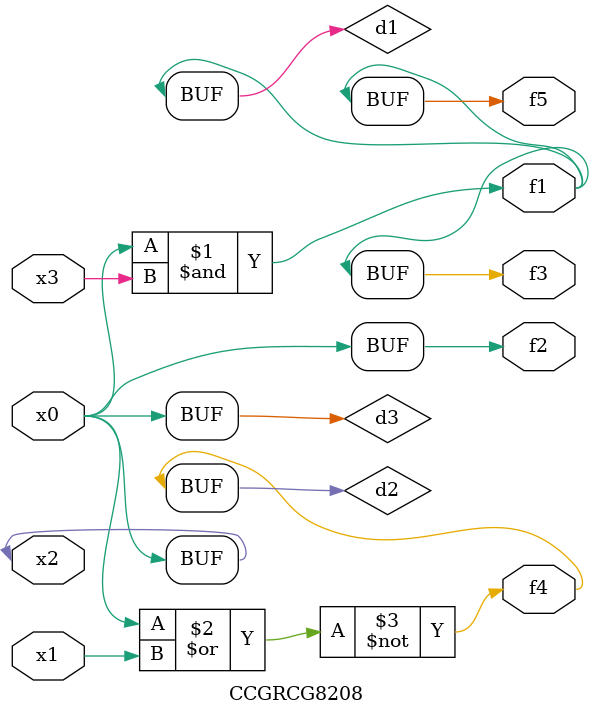
<source format=v>
module CCGRCG8208(
	input x0, x1, x2, x3,
	output f1, f2, f3, f4, f5
);

	wire d1, d2, d3;

	and (d1, x2, x3);
	nor (d2, x0, x1);
	buf (d3, x0, x2);
	assign f1 = d1;
	assign f2 = d3;
	assign f3 = d1;
	assign f4 = d2;
	assign f5 = d1;
endmodule

</source>
